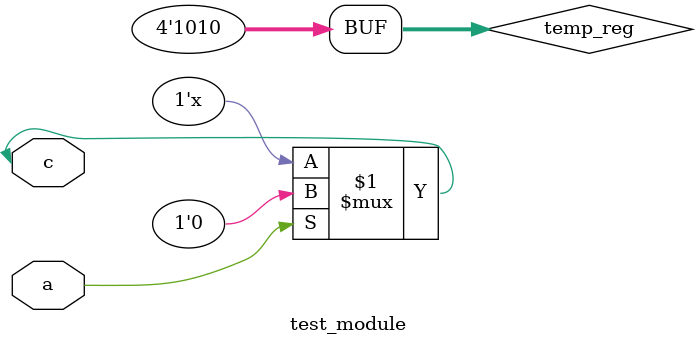
<source format=sv>
module test_module(inout wire c, input logic a);
  logic [3:0] temp_reg;
  
  initial begin
    temp_reg = 4'b1010;
  end
  
  assign c = (a) ? temp_reg[0] : 1'bz;
endmodule
</source>
